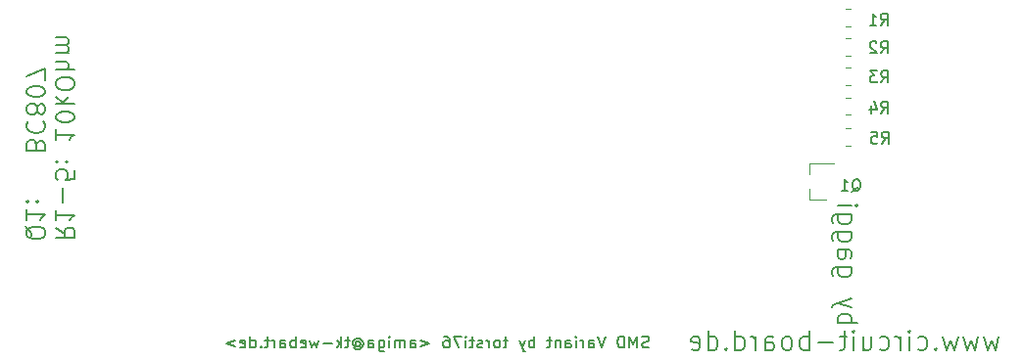
<source format=gbr>
%TF.GenerationSoftware,KiCad,Pcbnew,5.1.10*%
%TF.CreationDate,2022-01-31T09:35:24+01:00*%
%TF.ProjectId,27C160_Adapter,32374331-3630-45f4-9164-61707465722e,1.1SMD*%
%TF.SameCoordinates,Original*%
%TF.FileFunction,Legend,Bot*%
%TF.FilePolarity,Positive*%
%FSLAX46Y46*%
G04 Gerber Fmt 4.6, Leading zero omitted, Abs format (unit mm)*
G04 Created by KiCad (PCBNEW 5.1.10) date 2022-01-31 09:35:24*
%MOMM*%
%LPD*%
G01*
G04 APERTURE LIST*
%ADD10C,0.150000*%
%ADD11C,0.134112*%
%ADD12C,0.142240*%
%ADD13C,0.120000*%
G04 APERTURE END LIST*
D10*
X164845714Y-113974761D02*
X164702857Y-114022380D01*
X164464761Y-114022380D01*
X164369523Y-113974761D01*
X164321904Y-113927142D01*
X164274285Y-113831904D01*
X164274285Y-113736666D01*
X164321904Y-113641428D01*
X164369523Y-113593809D01*
X164464761Y-113546190D01*
X164655238Y-113498571D01*
X164750476Y-113450952D01*
X164798095Y-113403333D01*
X164845714Y-113308095D01*
X164845714Y-113212857D01*
X164798095Y-113117619D01*
X164750476Y-113070000D01*
X164655238Y-113022380D01*
X164417142Y-113022380D01*
X164274285Y-113070000D01*
X163845714Y-114022380D02*
X163845714Y-113022380D01*
X163512380Y-113736666D01*
X163179047Y-113022380D01*
X163179047Y-114022380D01*
X162702857Y-114022380D02*
X162702857Y-113022380D01*
X162464761Y-113022380D01*
X162321904Y-113070000D01*
X162226666Y-113165238D01*
X162179047Y-113260476D01*
X162131428Y-113450952D01*
X162131428Y-113593809D01*
X162179047Y-113784285D01*
X162226666Y-113879523D01*
X162321904Y-113974761D01*
X162464761Y-114022380D01*
X162702857Y-114022380D01*
X161083809Y-113022380D02*
X160750476Y-114022380D01*
X160417142Y-113022380D01*
X159655238Y-114022380D02*
X159655238Y-113498571D01*
X159702857Y-113403333D01*
X159798095Y-113355714D01*
X159988571Y-113355714D01*
X160083809Y-113403333D01*
X159655238Y-113974761D02*
X159750476Y-114022380D01*
X159988571Y-114022380D01*
X160083809Y-113974761D01*
X160131428Y-113879523D01*
X160131428Y-113784285D01*
X160083809Y-113689047D01*
X159988571Y-113641428D01*
X159750476Y-113641428D01*
X159655238Y-113593809D01*
X159179047Y-114022380D02*
X159179047Y-113355714D01*
X159179047Y-113546190D02*
X159131428Y-113450952D01*
X159083809Y-113403333D01*
X158988571Y-113355714D01*
X158893333Y-113355714D01*
X158560000Y-114022380D02*
X158560000Y-113355714D01*
X158560000Y-113022380D02*
X158607619Y-113070000D01*
X158560000Y-113117619D01*
X158512380Y-113070000D01*
X158560000Y-113022380D01*
X158560000Y-113117619D01*
X157655238Y-114022380D02*
X157655238Y-113498571D01*
X157702857Y-113403333D01*
X157798095Y-113355714D01*
X157988571Y-113355714D01*
X158083809Y-113403333D01*
X157655238Y-113974761D02*
X157750476Y-114022380D01*
X157988571Y-114022380D01*
X158083809Y-113974761D01*
X158131428Y-113879523D01*
X158131428Y-113784285D01*
X158083809Y-113689047D01*
X157988571Y-113641428D01*
X157750476Y-113641428D01*
X157655238Y-113593809D01*
X157179047Y-113355714D02*
X157179047Y-114022380D01*
X157179047Y-113450952D02*
X157131428Y-113403333D01*
X157036190Y-113355714D01*
X156893333Y-113355714D01*
X156798095Y-113403333D01*
X156750476Y-113498571D01*
X156750476Y-114022380D01*
X156417142Y-113355714D02*
X156036190Y-113355714D01*
X156274285Y-113022380D02*
X156274285Y-113879523D01*
X156226666Y-113974761D01*
X156131428Y-114022380D01*
X156036190Y-114022380D01*
X154940952Y-114022380D02*
X154940952Y-113022380D01*
X154940952Y-113403333D02*
X154845714Y-113355714D01*
X154655238Y-113355714D01*
X154560000Y-113403333D01*
X154512380Y-113450952D01*
X154464761Y-113546190D01*
X154464761Y-113831904D01*
X154512380Y-113927142D01*
X154560000Y-113974761D01*
X154655238Y-114022380D01*
X154845714Y-114022380D01*
X154940952Y-113974761D01*
X154131428Y-113355714D02*
X153893333Y-114022380D01*
X153655238Y-113355714D02*
X153893333Y-114022380D01*
X153988571Y-114260476D01*
X154036190Y-114308095D01*
X154131428Y-114355714D01*
X152655238Y-113355714D02*
X152274285Y-113355714D01*
X152512380Y-113022380D02*
X152512380Y-113879523D01*
X152464761Y-113974761D01*
X152369523Y-114022380D01*
X152274285Y-114022380D01*
X151798095Y-114022380D02*
X151893333Y-113974761D01*
X151940952Y-113927142D01*
X151988571Y-113831904D01*
X151988571Y-113546190D01*
X151940952Y-113450952D01*
X151893333Y-113403333D01*
X151798095Y-113355714D01*
X151655238Y-113355714D01*
X151560000Y-113403333D01*
X151512380Y-113450952D01*
X151464761Y-113546190D01*
X151464761Y-113831904D01*
X151512380Y-113927142D01*
X151560000Y-113974761D01*
X151655238Y-114022380D01*
X151798095Y-114022380D01*
X151036190Y-114022380D02*
X151036190Y-113355714D01*
X151036190Y-113546190D02*
X150988571Y-113450952D01*
X150940952Y-113403333D01*
X150845714Y-113355714D01*
X150750476Y-113355714D01*
X150464761Y-113974761D02*
X150369523Y-114022380D01*
X150179047Y-114022380D01*
X150083809Y-113974761D01*
X150036190Y-113879523D01*
X150036190Y-113831904D01*
X150083809Y-113736666D01*
X150179047Y-113689047D01*
X150321904Y-113689047D01*
X150417142Y-113641428D01*
X150464761Y-113546190D01*
X150464761Y-113498571D01*
X150417142Y-113403333D01*
X150321904Y-113355714D01*
X150179047Y-113355714D01*
X150083809Y-113403333D01*
X149750476Y-113355714D02*
X149369523Y-113355714D01*
X149607619Y-113022380D02*
X149607619Y-113879523D01*
X149560000Y-113974761D01*
X149464761Y-114022380D01*
X149369523Y-114022380D01*
X149036190Y-114022380D02*
X149036190Y-113355714D01*
X149036190Y-113022380D02*
X149083809Y-113070000D01*
X149036190Y-113117619D01*
X148988571Y-113070000D01*
X149036190Y-113022380D01*
X149036190Y-113117619D01*
X148655238Y-113022380D02*
X147988571Y-113022380D01*
X148417142Y-114022380D01*
X147179047Y-113022380D02*
X147369523Y-113022380D01*
X147464761Y-113070000D01*
X147512380Y-113117619D01*
X147607619Y-113260476D01*
X147655238Y-113450952D01*
X147655238Y-113831904D01*
X147607619Y-113927142D01*
X147560000Y-113974761D01*
X147464761Y-114022380D01*
X147274285Y-114022380D01*
X147179047Y-113974761D01*
X147131428Y-113927142D01*
X147083809Y-113831904D01*
X147083809Y-113593809D01*
X147131428Y-113498571D01*
X147179047Y-113450952D01*
X147274285Y-113403333D01*
X147464761Y-113403333D01*
X147560000Y-113450952D01*
X147607619Y-113498571D01*
X147655238Y-113593809D01*
X145131428Y-113355714D02*
X145893333Y-113641428D01*
X145131428Y-113927142D01*
X144226666Y-114022380D02*
X144226666Y-113498571D01*
X144274285Y-113403333D01*
X144369523Y-113355714D01*
X144560000Y-113355714D01*
X144655238Y-113403333D01*
X144226666Y-113974761D02*
X144321904Y-114022380D01*
X144560000Y-114022380D01*
X144655238Y-113974761D01*
X144702857Y-113879523D01*
X144702857Y-113784285D01*
X144655238Y-113689047D01*
X144560000Y-113641428D01*
X144321904Y-113641428D01*
X144226666Y-113593809D01*
X143750476Y-114022380D02*
X143750476Y-113355714D01*
X143750476Y-113450952D02*
X143702857Y-113403333D01*
X143607619Y-113355714D01*
X143464761Y-113355714D01*
X143369523Y-113403333D01*
X143321904Y-113498571D01*
X143321904Y-114022380D01*
X143321904Y-113498571D02*
X143274285Y-113403333D01*
X143179047Y-113355714D01*
X143036190Y-113355714D01*
X142940952Y-113403333D01*
X142893333Y-113498571D01*
X142893333Y-114022380D01*
X142417142Y-114022380D02*
X142417142Y-113355714D01*
X142417142Y-113022380D02*
X142464761Y-113070000D01*
X142417142Y-113117619D01*
X142369523Y-113070000D01*
X142417142Y-113022380D01*
X142417142Y-113117619D01*
X141512380Y-113355714D02*
X141512380Y-114165238D01*
X141560000Y-114260476D01*
X141607619Y-114308095D01*
X141702857Y-114355714D01*
X141845714Y-114355714D01*
X141940952Y-114308095D01*
X141512380Y-113974761D02*
X141607619Y-114022380D01*
X141798095Y-114022380D01*
X141893333Y-113974761D01*
X141940952Y-113927142D01*
X141988571Y-113831904D01*
X141988571Y-113546190D01*
X141940952Y-113450952D01*
X141893333Y-113403333D01*
X141798095Y-113355714D01*
X141607619Y-113355714D01*
X141512380Y-113403333D01*
X140607619Y-114022380D02*
X140607619Y-113498571D01*
X140655238Y-113403333D01*
X140750476Y-113355714D01*
X140940952Y-113355714D01*
X141036190Y-113403333D01*
X140607619Y-113974761D02*
X140702857Y-114022380D01*
X140940952Y-114022380D01*
X141036190Y-113974761D01*
X141083809Y-113879523D01*
X141083809Y-113784285D01*
X141036190Y-113689047D01*
X140940952Y-113641428D01*
X140702857Y-113641428D01*
X140607619Y-113593809D01*
X139512380Y-113546190D02*
X139560000Y-113498571D01*
X139655238Y-113450952D01*
X139750476Y-113450952D01*
X139845714Y-113498571D01*
X139893333Y-113546190D01*
X139940952Y-113641428D01*
X139940952Y-113736666D01*
X139893333Y-113831904D01*
X139845714Y-113879523D01*
X139750476Y-113927142D01*
X139655238Y-113927142D01*
X139560000Y-113879523D01*
X139512380Y-113831904D01*
X139512380Y-113450952D02*
X139512380Y-113831904D01*
X139464761Y-113879523D01*
X139417142Y-113879523D01*
X139321904Y-113831904D01*
X139274285Y-113736666D01*
X139274285Y-113498571D01*
X139369523Y-113355714D01*
X139512380Y-113260476D01*
X139702857Y-113212857D01*
X139893333Y-113260476D01*
X140036190Y-113355714D01*
X140131428Y-113498571D01*
X140179047Y-113689047D01*
X140131428Y-113879523D01*
X140036190Y-114022380D01*
X139893333Y-114117619D01*
X139702857Y-114165238D01*
X139512380Y-114117619D01*
X139369523Y-114022380D01*
X138988571Y-113355714D02*
X138607619Y-113355714D01*
X138845714Y-113022380D02*
X138845714Y-113879523D01*
X138798095Y-113974761D01*
X138702857Y-114022380D01*
X138607619Y-114022380D01*
X138274285Y-114022380D02*
X138274285Y-113022380D01*
X138179047Y-113641428D02*
X137893333Y-114022380D01*
X137893333Y-113355714D02*
X138274285Y-113736666D01*
X137464761Y-113641428D02*
X136702857Y-113641428D01*
X136321904Y-113355714D02*
X136131428Y-114022380D01*
X135940952Y-113546190D01*
X135750476Y-114022380D01*
X135560000Y-113355714D01*
X134798095Y-113974761D02*
X134893333Y-114022380D01*
X135083809Y-114022380D01*
X135179047Y-113974761D01*
X135226666Y-113879523D01*
X135226666Y-113498571D01*
X135179047Y-113403333D01*
X135083809Y-113355714D01*
X134893333Y-113355714D01*
X134798095Y-113403333D01*
X134750476Y-113498571D01*
X134750476Y-113593809D01*
X135226666Y-113689047D01*
X134321904Y-114022380D02*
X134321904Y-113022380D01*
X134321904Y-113403333D02*
X134226666Y-113355714D01*
X134036190Y-113355714D01*
X133940952Y-113403333D01*
X133893333Y-113450952D01*
X133845714Y-113546190D01*
X133845714Y-113831904D01*
X133893333Y-113927142D01*
X133940952Y-113974761D01*
X134036190Y-114022380D01*
X134226666Y-114022380D01*
X134321904Y-113974761D01*
X132988571Y-114022380D02*
X132988571Y-113498571D01*
X133036190Y-113403333D01*
X133131428Y-113355714D01*
X133321904Y-113355714D01*
X133417142Y-113403333D01*
X132988571Y-113974761D02*
X133083809Y-114022380D01*
X133321904Y-114022380D01*
X133417142Y-113974761D01*
X133464761Y-113879523D01*
X133464761Y-113784285D01*
X133417142Y-113689047D01*
X133321904Y-113641428D01*
X133083809Y-113641428D01*
X132988571Y-113593809D01*
X132512380Y-114022380D02*
X132512380Y-113355714D01*
X132512380Y-113546190D02*
X132464761Y-113450952D01*
X132417142Y-113403333D01*
X132321904Y-113355714D01*
X132226666Y-113355714D01*
X132036190Y-113355714D02*
X131655238Y-113355714D01*
X131893333Y-113022380D02*
X131893333Y-113879523D01*
X131845714Y-113974761D01*
X131750476Y-114022380D01*
X131655238Y-114022380D01*
X131321904Y-113927142D02*
X131274285Y-113974761D01*
X131321904Y-114022380D01*
X131369523Y-113974761D01*
X131321904Y-113927142D01*
X131321904Y-114022380D01*
X130417142Y-114022380D02*
X130417142Y-113022380D01*
X130417142Y-113974761D02*
X130512380Y-114022380D01*
X130702857Y-114022380D01*
X130798095Y-113974761D01*
X130845714Y-113927142D01*
X130893333Y-113831904D01*
X130893333Y-113546190D01*
X130845714Y-113450952D01*
X130798095Y-113403333D01*
X130702857Y-113355714D01*
X130512380Y-113355714D01*
X130417142Y-113403333D01*
X129560000Y-113974761D02*
X129655238Y-114022380D01*
X129845714Y-114022380D01*
X129940952Y-113974761D01*
X129988571Y-113879523D01*
X129988571Y-113498571D01*
X129940952Y-113403333D01*
X129845714Y-113355714D01*
X129655238Y-113355714D01*
X129560000Y-113403333D01*
X129512380Y-113498571D01*
X129512380Y-113593809D01*
X129988571Y-113689047D01*
X129083809Y-113355714D02*
X128321904Y-113641428D01*
X129083809Y-113927142D01*
D11*
X113634919Y-103627195D02*
X114393290Y-104158055D01*
X113634919Y-104537241D02*
X115227499Y-104537241D01*
X115227499Y-103930544D01*
X115151662Y-103778870D01*
X115075824Y-103703032D01*
X114924150Y-103627195D01*
X114696639Y-103627195D01*
X114544964Y-103703032D01*
X114469127Y-103778870D01*
X114393290Y-103930544D01*
X114393290Y-104537241D01*
X113634919Y-102110452D02*
X113634919Y-103020498D01*
X113634919Y-102565475D02*
X115227499Y-102565475D01*
X114999987Y-102717150D01*
X114848313Y-102868824D01*
X114772476Y-103020498D01*
X114241616Y-101427918D02*
X114241616Y-100214524D01*
X115227499Y-98697781D02*
X115227499Y-99456152D01*
X114469127Y-99531990D01*
X114544964Y-99456152D01*
X114620802Y-99304478D01*
X114620802Y-98925292D01*
X114544964Y-98773618D01*
X114469127Y-98697781D01*
X114317453Y-98621944D01*
X113938267Y-98621944D01*
X113786593Y-98697781D01*
X113710756Y-98773618D01*
X113634919Y-98925292D01*
X113634919Y-99304478D01*
X113710756Y-99456152D01*
X113786593Y-99531990D01*
X113786593Y-97939410D02*
X113710756Y-97863572D01*
X113634919Y-97939410D01*
X113710756Y-98015247D01*
X113786593Y-97939410D01*
X113634919Y-97939410D01*
X114620802Y-97939410D02*
X114544964Y-97863572D01*
X114469127Y-97939410D01*
X114544964Y-98015247D01*
X114620802Y-97939410D01*
X114469127Y-97939410D01*
X113634919Y-95133435D02*
X113634919Y-96043481D01*
X113634919Y-95588458D02*
X115227499Y-95588458D01*
X114999987Y-95740132D01*
X114848313Y-95891807D01*
X114772476Y-96043481D01*
X115227499Y-94147552D02*
X115227499Y-93995878D01*
X115151662Y-93844204D01*
X115075824Y-93768367D01*
X114924150Y-93692530D01*
X114620802Y-93616692D01*
X114241616Y-93616692D01*
X113938267Y-93692530D01*
X113786593Y-93768367D01*
X113710756Y-93844204D01*
X113634919Y-93995878D01*
X113634919Y-94147552D01*
X113710756Y-94299227D01*
X113786593Y-94375064D01*
X113938267Y-94450901D01*
X114241616Y-94526738D01*
X114620802Y-94526738D01*
X114924150Y-94450901D01*
X115075824Y-94375064D01*
X115151662Y-94299227D01*
X115227499Y-94147552D01*
X113634919Y-92934158D02*
X115227499Y-92934158D01*
X114241616Y-92782484D02*
X113634919Y-92327461D01*
X114696639Y-92327461D02*
X114089942Y-92934158D01*
X115227499Y-91341578D02*
X115227499Y-91038230D01*
X115151662Y-90886555D01*
X114999987Y-90734881D01*
X114696639Y-90659044D01*
X114165779Y-90659044D01*
X113862430Y-90734881D01*
X113710756Y-90886555D01*
X113634919Y-91038230D01*
X113634919Y-91341578D01*
X113710756Y-91493252D01*
X113862430Y-91644927D01*
X114165779Y-91720764D01*
X114696639Y-91720764D01*
X114999987Y-91644927D01*
X115151662Y-91493252D01*
X115227499Y-91341578D01*
X113634919Y-89976510D02*
X115227499Y-89976510D01*
X113634919Y-89293975D02*
X114469127Y-89293975D01*
X114620802Y-89369812D01*
X114696639Y-89521487D01*
X114696639Y-89748998D01*
X114620802Y-89900672D01*
X114544964Y-89976510D01*
X113634919Y-88535604D02*
X114696639Y-88535604D01*
X114544964Y-88535604D02*
X114620802Y-88459767D01*
X114696639Y-88308092D01*
X114696639Y-88080581D01*
X114620802Y-87928907D01*
X114469127Y-87853070D01*
X113634919Y-87853070D01*
X114469127Y-87853070D02*
X114620802Y-87777232D01*
X114696639Y-87625558D01*
X114696639Y-87398047D01*
X114620802Y-87246372D01*
X114469127Y-87170535D01*
X113634919Y-87170535D01*
X110960262Y-103475521D02*
X111036100Y-103627195D01*
X111187774Y-103778870D01*
X111415285Y-104006381D01*
X111491122Y-104158055D01*
X111491122Y-104309730D01*
X111111937Y-104233892D02*
X111187774Y-104385567D01*
X111339448Y-104537241D01*
X111642797Y-104613078D01*
X112173657Y-104613078D01*
X112477005Y-104537241D01*
X112628680Y-104385567D01*
X112704517Y-104233892D01*
X112704517Y-103930544D01*
X112628680Y-103778870D01*
X112477005Y-103627195D01*
X112173657Y-103551358D01*
X111642797Y-103551358D01*
X111339448Y-103627195D01*
X111187774Y-103778870D01*
X111111937Y-103930544D01*
X111111937Y-104233892D01*
X111111937Y-102034615D02*
X111111937Y-102944661D01*
X111111937Y-102489638D02*
X112704517Y-102489638D01*
X112477005Y-102641312D01*
X112325331Y-102792987D01*
X112249494Y-102944661D01*
X111263611Y-101352081D02*
X111187774Y-101276244D01*
X111111937Y-101352081D01*
X111187774Y-101427918D01*
X111263611Y-101352081D01*
X111111937Y-101352081D01*
X112097820Y-101352081D02*
X112021982Y-101276244D01*
X111946145Y-101352081D01*
X112021982Y-101427918D01*
X112097820Y-101352081D01*
X111946145Y-101352081D01*
X111946145Y-96422667D02*
X111870308Y-96195155D01*
X111794471Y-96119318D01*
X111642797Y-96043481D01*
X111415285Y-96043481D01*
X111263611Y-96119318D01*
X111187774Y-96195155D01*
X111111937Y-96346830D01*
X111111937Y-96953527D01*
X112704517Y-96953527D01*
X112704517Y-96422667D01*
X112628680Y-96270992D01*
X112552842Y-96195155D01*
X112401168Y-96119318D01*
X112249494Y-96119318D01*
X112097820Y-96195155D01*
X112021982Y-96270992D01*
X111946145Y-96422667D01*
X111946145Y-96953527D01*
X111263611Y-94450901D02*
X111187774Y-94526738D01*
X111111937Y-94754250D01*
X111111937Y-94905924D01*
X111187774Y-95133435D01*
X111339448Y-95285110D01*
X111491122Y-95360947D01*
X111794471Y-95436784D01*
X112021982Y-95436784D01*
X112325331Y-95360947D01*
X112477005Y-95285110D01*
X112628680Y-95133435D01*
X112704517Y-94905924D01*
X112704517Y-94754250D01*
X112628680Y-94526738D01*
X112552842Y-94450901D01*
X112021982Y-93540855D02*
X112097820Y-93692530D01*
X112173657Y-93768367D01*
X112325331Y-93844204D01*
X112401168Y-93844204D01*
X112552842Y-93768367D01*
X112628680Y-93692530D01*
X112704517Y-93540855D01*
X112704517Y-93237507D01*
X112628680Y-93085832D01*
X112552842Y-93009995D01*
X112401168Y-92934158D01*
X112325331Y-92934158D01*
X112173657Y-93009995D01*
X112097820Y-93085832D01*
X112021982Y-93237507D01*
X112021982Y-93540855D01*
X111946145Y-93692530D01*
X111870308Y-93768367D01*
X111718634Y-93844204D01*
X111415285Y-93844204D01*
X111263611Y-93768367D01*
X111187774Y-93692530D01*
X111111937Y-93540855D01*
X111111937Y-93237507D01*
X111187774Y-93085832D01*
X111263611Y-93009995D01*
X111415285Y-92934158D01*
X111718634Y-92934158D01*
X111870308Y-93009995D01*
X111946145Y-93085832D01*
X112021982Y-93237507D01*
X112704517Y-91948275D02*
X112704517Y-91796601D01*
X112628680Y-91644927D01*
X112552842Y-91569090D01*
X112401168Y-91493252D01*
X112097820Y-91417415D01*
X111718634Y-91417415D01*
X111415285Y-91493252D01*
X111263611Y-91569090D01*
X111187774Y-91644927D01*
X111111937Y-91796601D01*
X111111937Y-91948275D01*
X111187774Y-92099950D01*
X111263611Y-92175787D01*
X111415285Y-92251624D01*
X111718634Y-92327461D01*
X112097820Y-92327461D01*
X112401168Y-92251624D01*
X112552842Y-92175787D01*
X112628680Y-92099950D01*
X112704517Y-91948275D01*
X112704517Y-90886555D02*
X112704517Y-89824835D01*
X111111937Y-90507370D01*
D12*
X195087622Y-113082600D02*
X194765889Y-114208666D01*
X194444156Y-113404333D01*
X194122422Y-114208666D01*
X193800689Y-113082600D01*
X193318089Y-113082600D02*
X192996356Y-114208666D01*
X192674622Y-113404333D01*
X192352889Y-114208666D01*
X192031156Y-113082600D01*
X191548556Y-113082600D02*
X191226822Y-114208666D01*
X190905089Y-113404333D01*
X190583356Y-114208666D01*
X190261622Y-113082600D01*
X189618156Y-114047800D02*
X189537722Y-114128233D01*
X189618156Y-114208666D01*
X189698589Y-114128233D01*
X189618156Y-114047800D01*
X189618156Y-114208666D01*
X188089922Y-114128233D02*
X188250789Y-114208666D01*
X188572522Y-114208666D01*
X188733389Y-114128233D01*
X188813822Y-114047800D01*
X188894256Y-113886933D01*
X188894256Y-113404333D01*
X188813822Y-113243466D01*
X188733389Y-113163033D01*
X188572522Y-113082600D01*
X188250789Y-113082600D01*
X188089922Y-113163033D01*
X187366022Y-114208666D02*
X187366022Y-113082600D01*
X187366022Y-112519566D02*
X187446456Y-112600000D01*
X187366022Y-112680433D01*
X187285589Y-112600000D01*
X187366022Y-112519566D01*
X187366022Y-112680433D01*
X186561689Y-114208666D02*
X186561689Y-113082600D01*
X186561689Y-113404333D02*
X186481256Y-113243466D01*
X186400822Y-113163033D01*
X186239956Y-113082600D01*
X186079089Y-113082600D01*
X184792156Y-114128233D02*
X184953022Y-114208666D01*
X185274756Y-114208666D01*
X185435622Y-114128233D01*
X185516056Y-114047800D01*
X185596489Y-113886933D01*
X185596489Y-113404333D01*
X185516056Y-113243466D01*
X185435622Y-113163033D01*
X185274756Y-113082600D01*
X184953022Y-113082600D01*
X184792156Y-113163033D01*
X183344356Y-113082600D02*
X183344356Y-114208666D01*
X184068256Y-113082600D02*
X184068256Y-113967366D01*
X183987822Y-114128233D01*
X183826956Y-114208666D01*
X183585656Y-114208666D01*
X183424789Y-114128233D01*
X183344356Y-114047800D01*
X182540022Y-114208666D02*
X182540022Y-113082600D01*
X182540022Y-112519566D02*
X182620456Y-112600000D01*
X182540022Y-112680433D01*
X182459589Y-112600000D01*
X182540022Y-112519566D01*
X182540022Y-112680433D01*
X181976989Y-113082600D02*
X181333522Y-113082600D01*
X181735689Y-112519566D02*
X181735689Y-113967366D01*
X181655256Y-114128233D01*
X181494389Y-114208666D01*
X181333522Y-114208666D01*
X180770489Y-113565200D02*
X179483556Y-113565200D01*
X178679222Y-114208666D02*
X178679222Y-112519566D01*
X178679222Y-113163033D02*
X178518356Y-113082600D01*
X178196622Y-113082600D01*
X178035756Y-113163033D01*
X177955322Y-113243466D01*
X177874889Y-113404333D01*
X177874889Y-113886933D01*
X177955322Y-114047800D01*
X178035756Y-114128233D01*
X178196622Y-114208666D01*
X178518356Y-114208666D01*
X178679222Y-114128233D01*
X176909689Y-114208666D02*
X177070556Y-114128233D01*
X177150989Y-114047800D01*
X177231422Y-113886933D01*
X177231422Y-113404333D01*
X177150989Y-113243466D01*
X177070556Y-113163033D01*
X176909689Y-113082600D01*
X176668389Y-113082600D01*
X176507522Y-113163033D01*
X176427089Y-113243466D01*
X176346656Y-113404333D01*
X176346656Y-113886933D01*
X176427089Y-114047800D01*
X176507522Y-114128233D01*
X176668389Y-114208666D01*
X176909689Y-114208666D01*
X174898856Y-114208666D02*
X174898856Y-113323900D01*
X174979289Y-113163033D01*
X175140156Y-113082600D01*
X175461889Y-113082600D01*
X175622756Y-113163033D01*
X174898856Y-114128233D02*
X175059722Y-114208666D01*
X175461889Y-114208666D01*
X175622756Y-114128233D01*
X175703189Y-113967366D01*
X175703189Y-113806500D01*
X175622756Y-113645633D01*
X175461889Y-113565200D01*
X175059722Y-113565200D01*
X174898856Y-113484766D01*
X174094522Y-114208666D02*
X174094522Y-113082600D01*
X174094522Y-113404333D02*
X174014089Y-113243466D01*
X173933656Y-113163033D01*
X173772789Y-113082600D01*
X173611922Y-113082600D01*
X172324989Y-114208666D02*
X172324989Y-112519566D01*
X172324989Y-114128233D02*
X172485856Y-114208666D01*
X172807589Y-114208666D01*
X172968456Y-114128233D01*
X173048889Y-114047800D01*
X173129322Y-113886933D01*
X173129322Y-113404333D01*
X173048889Y-113243466D01*
X172968456Y-113163033D01*
X172807589Y-113082600D01*
X172485856Y-113082600D01*
X172324989Y-113163033D01*
X171520656Y-114047800D02*
X171440222Y-114128233D01*
X171520656Y-114208666D01*
X171601089Y-114128233D01*
X171520656Y-114047800D01*
X171520656Y-114208666D01*
X169992422Y-114208666D02*
X169992422Y-112519566D01*
X169992422Y-114128233D02*
X170153289Y-114208666D01*
X170475022Y-114208666D01*
X170635889Y-114128233D01*
X170716322Y-114047800D01*
X170796756Y-113886933D01*
X170796756Y-113404333D01*
X170716322Y-113243466D01*
X170635889Y-113163033D01*
X170475022Y-113082600D01*
X170153289Y-113082600D01*
X169992422Y-113163033D01*
X168544622Y-114128233D02*
X168705489Y-114208666D01*
X169027222Y-114208666D01*
X169188089Y-114128233D01*
X169268522Y-113967366D01*
X169268522Y-113323900D01*
X169188089Y-113163033D01*
X169027222Y-113082600D01*
X168705489Y-113082600D01*
X168544622Y-113163033D01*
X168464189Y-113323900D01*
X168464189Y-113484766D01*
X169268522Y-113645633D01*
X181201333Y-111909656D02*
X182890433Y-111909656D01*
X182246966Y-111909656D02*
X182327400Y-111748789D01*
X182327400Y-111427056D01*
X182246966Y-111266189D01*
X182166533Y-111185756D01*
X182005666Y-111105322D01*
X181523066Y-111105322D01*
X181362200Y-111185756D01*
X181281766Y-111266189D01*
X181201333Y-111427056D01*
X181201333Y-111748789D01*
X181281766Y-111909656D01*
X182327400Y-110542289D02*
X181201333Y-110140122D01*
X182327400Y-109737956D02*
X181201333Y-110140122D01*
X180799166Y-110300989D01*
X180718733Y-110381422D01*
X180638300Y-110542289D01*
X182327400Y-107083656D02*
X180960033Y-107083656D01*
X180799166Y-107164089D01*
X180718733Y-107244522D01*
X180638300Y-107405389D01*
X180638300Y-107646689D01*
X180718733Y-107807556D01*
X181281766Y-107083656D02*
X181201333Y-107244522D01*
X181201333Y-107566256D01*
X181281766Y-107727122D01*
X181362200Y-107807556D01*
X181523066Y-107887989D01*
X182005666Y-107887989D01*
X182166533Y-107807556D01*
X182246966Y-107727122D01*
X182327400Y-107566256D01*
X182327400Y-107244522D01*
X182246966Y-107083656D01*
X181201333Y-105555422D02*
X182086100Y-105555422D01*
X182246966Y-105635856D01*
X182327400Y-105796722D01*
X182327400Y-106118456D01*
X182246966Y-106279322D01*
X181281766Y-105555422D02*
X181201333Y-105716289D01*
X181201333Y-106118456D01*
X181281766Y-106279322D01*
X181442633Y-106359756D01*
X181603500Y-106359756D01*
X181764366Y-106279322D01*
X181844800Y-106118456D01*
X181844800Y-105716289D01*
X181925233Y-105555422D01*
X182327400Y-104027189D02*
X180960033Y-104027189D01*
X180799166Y-104107622D01*
X180718733Y-104188056D01*
X180638300Y-104348922D01*
X180638300Y-104590222D01*
X180718733Y-104751089D01*
X181281766Y-104027189D02*
X181201333Y-104188056D01*
X181201333Y-104509789D01*
X181281766Y-104670656D01*
X181362200Y-104751089D01*
X181523066Y-104831522D01*
X182005666Y-104831522D01*
X182166533Y-104751089D01*
X182246966Y-104670656D01*
X182327400Y-104509789D01*
X182327400Y-104188056D01*
X182246966Y-104027189D01*
X182327400Y-102498956D02*
X180960033Y-102498956D01*
X180799166Y-102579389D01*
X180718733Y-102659822D01*
X180638300Y-102820689D01*
X180638300Y-103061989D01*
X180718733Y-103222856D01*
X181281766Y-102498956D02*
X181201333Y-102659822D01*
X181201333Y-102981556D01*
X181281766Y-103142422D01*
X181362200Y-103222856D01*
X181523066Y-103303289D01*
X182005666Y-103303289D01*
X182166533Y-103222856D01*
X182246966Y-103142422D01*
X182327400Y-102981556D01*
X182327400Y-102659822D01*
X182246966Y-102498956D01*
X181201333Y-101694622D02*
X182327400Y-101694622D01*
X182890433Y-101694622D02*
X182810000Y-101775056D01*
X182729566Y-101694622D01*
X182810000Y-101614189D01*
X182890433Y-101694622D01*
X182729566Y-101694622D01*
D13*
%TO.C,R5*%
X181829336Y-95055000D02*
X182283464Y-95055000D01*
X181829336Y-96525000D02*
X182283464Y-96525000D01*
%TO.C,R4*%
X181829336Y-92385000D02*
X182283464Y-92385000D01*
X181829336Y-93855000D02*
X182283464Y-93855000D01*
%TO.C,R3*%
X182283464Y-91265000D02*
X181829336Y-91265000D01*
X182283464Y-89795000D02*
X181829336Y-89795000D01*
%TO.C,R2*%
X182283464Y-88725000D02*
X181829336Y-88725000D01*
X182283464Y-87255000D02*
X181829336Y-87255000D01*
%TO.C,R1*%
X182283464Y-86178900D02*
X181829336Y-86178900D01*
X182283464Y-84708900D02*
X181829336Y-84708900D01*
%TO.C,Q1*%
X178710000Y-101220000D02*
X180170000Y-101220000D01*
X178710000Y-98060000D02*
X180870000Y-98060000D01*
X178710000Y-98060000D02*
X178710000Y-98990000D01*
X178710000Y-101220000D02*
X178710000Y-100290000D01*
%TO.C,R5*%
D10*
X184966666Y-96348480D02*
X185300000Y-95872290D01*
X185538095Y-96348480D02*
X185538095Y-95348480D01*
X185157142Y-95348480D01*
X185061904Y-95396100D01*
X185014285Y-95443719D01*
X184966666Y-95538957D01*
X184966666Y-95681814D01*
X185014285Y-95777052D01*
X185061904Y-95824671D01*
X185157142Y-95872290D01*
X185538095Y-95872290D01*
X184061904Y-95348480D02*
X184538095Y-95348480D01*
X184585714Y-95824671D01*
X184538095Y-95777052D01*
X184442857Y-95729433D01*
X184204761Y-95729433D01*
X184109523Y-95777052D01*
X184061904Y-95824671D01*
X184014285Y-95919909D01*
X184014285Y-96158004D01*
X184061904Y-96253242D01*
X184109523Y-96300861D01*
X184204761Y-96348480D01*
X184442857Y-96348480D01*
X184538095Y-96300861D01*
X184585714Y-96253242D01*
%TO.C,R4*%
X184906666Y-93722380D02*
X185240000Y-93246190D01*
X185478095Y-93722380D02*
X185478095Y-92722380D01*
X185097142Y-92722380D01*
X185001904Y-92770000D01*
X184954285Y-92817619D01*
X184906666Y-92912857D01*
X184906666Y-93055714D01*
X184954285Y-93150952D01*
X185001904Y-93198571D01*
X185097142Y-93246190D01*
X185478095Y-93246190D01*
X184049523Y-93055714D02*
X184049523Y-93722380D01*
X184287619Y-92674761D02*
X184525714Y-93389047D01*
X183906666Y-93389047D01*
%TO.C,R3*%
X184916666Y-91068480D02*
X185250000Y-90592290D01*
X185488095Y-91068480D02*
X185488095Y-90068480D01*
X185107142Y-90068480D01*
X185011904Y-90116100D01*
X184964285Y-90163719D01*
X184916666Y-90258957D01*
X184916666Y-90401814D01*
X184964285Y-90497052D01*
X185011904Y-90544671D01*
X185107142Y-90592290D01*
X185488095Y-90592290D01*
X184583333Y-90068480D02*
X183964285Y-90068480D01*
X184297619Y-90449433D01*
X184154761Y-90449433D01*
X184059523Y-90497052D01*
X184011904Y-90544671D01*
X183964285Y-90639909D01*
X183964285Y-90878004D01*
X184011904Y-90973242D01*
X184059523Y-91020861D01*
X184154761Y-91068480D01*
X184440476Y-91068480D01*
X184535714Y-91020861D01*
X184583333Y-90973242D01*
%TO.C,R2*%
X184886666Y-88528480D02*
X185220000Y-88052290D01*
X185458095Y-88528480D02*
X185458095Y-87528480D01*
X185077142Y-87528480D01*
X184981904Y-87576100D01*
X184934285Y-87623719D01*
X184886666Y-87718957D01*
X184886666Y-87861814D01*
X184934285Y-87957052D01*
X184981904Y-88004671D01*
X185077142Y-88052290D01*
X185458095Y-88052290D01*
X184505714Y-87623719D02*
X184458095Y-87576100D01*
X184362857Y-87528480D01*
X184124761Y-87528480D01*
X184029523Y-87576100D01*
X183981904Y-87623719D01*
X183934285Y-87718957D01*
X183934285Y-87814195D01*
X183981904Y-87957052D01*
X184553333Y-88528480D01*
X183934285Y-88528480D01*
%TO.C,R1*%
X184886666Y-86112380D02*
X185220000Y-85636190D01*
X185458095Y-86112380D02*
X185458095Y-85112380D01*
X185077142Y-85112380D01*
X184981904Y-85160000D01*
X184934285Y-85207619D01*
X184886666Y-85302857D01*
X184886666Y-85445714D01*
X184934285Y-85540952D01*
X184981904Y-85588571D01*
X185077142Y-85636190D01*
X185458095Y-85636190D01*
X183934285Y-86112380D02*
X184505714Y-86112380D01*
X184220000Y-86112380D02*
X184220000Y-85112380D01*
X184315238Y-85255238D01*
X184410476Y-85350476D01*
X184505714Y-85398095D01*
%TO.C,Q1*%
X182395238Y-100527619D02*
X182490476Y-100480000D01*
X182585714Y-100384761D01*
X182728571Y-100241904D01*
X182823809Y-100194285D01*
X182919047Y-100194285D01*
X182871428Y-100432380D02*
X182966666Y-100384761D01*
X183061904Y-100289523D01*
X183109523Y-100099047D01*
X183109523Y-99765714D01*
X183061904Y-99575238D01*
X182966666Y-99480000D01*
X182871428Y-99432380D01*
X182680952Y-99432380D01*
X182585714Y-99480000D01*
X182490476Y-99575238D01*
X182442857Y-99765714D01*
X182442857Y-100099047D01*
X182490476Y-100289523D01*
X182585714Y-100384761D01*
X182680952Y-100432380D01*
X182871428Y-100432380D01*
X181490476Y-100432380D02*
X182061904Y-100432380D01*
X181776190Y-100432380D02*
X181776190Y-99432380D01*
X181871428Y-99575238D01*
X181966666Y-99670476D01*
X182061904Y-99718095D01*
%TD*%
M02*

</source>
